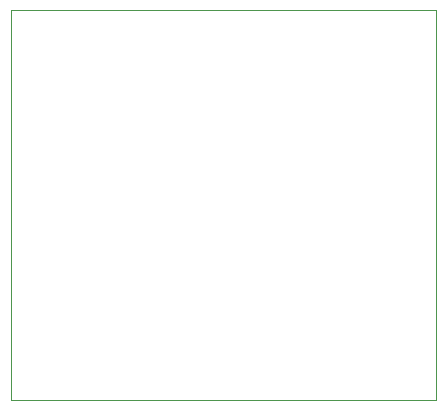
<source format=gbr>
%TF.GenerationSoftware,KiCad,Pcbnew,8.0.5*%
%TF.CreationDate,2024-11-05T12:58:27-06:00*%
%TF.ProjectId,golf_club_imu,676f6c66-5f63-46c7-9562-5f696d752e6b,rev?*%
%TF.SameCoordinates,Original*%
%TF.FileFunction,Profile,NP*%
%FSLAX46Y46*%
G04 Gerber Fmt 4.6, Leading zero omitted, Abs format (unit mm)*
G04 Created by KiCad (PCBNEW 8.0.5) date 2024-11-05 12:58:27*
%MOMM*%
%LPD*%
G01*
G04 APERTURE LIST*
%TA.AperFunction,Profile*%
%ADD10C,0.050000*%
%TD*%
G04 APERTURE END LIST*
D10*
X126746000Y-40640000D02*
X162763200Y-40640000D01*
X162763200Y-73660000D01*
X126746000Y-73660000D01*
X126746000Y-40640000D01*
M02*

</source>
